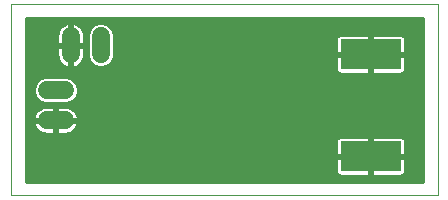
<source format=gbl>
G75*
G70*
%OFA0B0*%
%FSLAX24Y24*%
%IPPOS*%
%LPD*%
%AMOC8*
5,1,8,0,0,1.08239X$1,22.5*
%
%ADD10C,0.0000*%
%ADD11C,0.0600*%
%ADD12R,0.2000X0.1000*%
%ADD13C,0.0100*%
D10*
X003000Y000100D02*
X003000Y006470D01*
X017242Y006470D01*
X017242Y000100D01*
X003000Y000100D01*
D11*
X004200Y002600D02*
X004800Y002600D01*
X004800Y003600D02*
X004200Y003600D01*
X005000Y004800D02*
X005000Y005400D01*
X006000Y005400D02*
X006000Y004800D01*
D12*
X015000Y004800D03*
X015000Y001400D03*
D13*
X015050Y001366D02*
X016750Y001366D01*
X016750Y001267D02*
X016150Y001267D01*
X016150Y001350D02*
X015050Y001350D01*
X015050Y001450D01*
X014950Y001450D01*
X014950Y002050D01*
X013980Y002050D01*
X013942Y002040D01*
X013908Y002020D01*
X013880Y001992D01*
X013860Y001958D01*
X013850Y001920D01*
X013850Y001450D01*
X014950Y001450D01*
X014950Y001350D01*
X015050Y001350D01*
X015050Y000750D01*
X016020Y000750D01*
X016058Y000760D01*
X016092Y000780D01*
X016120Y000808D01*
X016140Y000842D01*
X016150Y000880D01*
X016150Y001350D01*
X016150Y001450D02*
X016150Y001920D01*
X016140Y001958D01*
X016120Y001992D01*
X016092Y002020D01*
X016058Y002040D01*
X016020Y002050D01*
X015050Y002050D01*
X015050Y001450D01*
X016150Y001450D01*
X016150Y001464D02*
X016750Y001464D01*
X016750Y001563D02*
X016150Y001563D01*
X016150Y001661D02*
X016750Y001661D01*
X016750Y001760D02*
X016150Y001760D01*
X016150Y001858D02*
X016750Y001858D01*
X016750Y001957D02*
X016140Y001957D01*
X016750Y002055D02*
X003500Y002055D01*
X003500Y002154D02*
X004142Y002154D01*
X004165Y002150D02*
X004095Y002161D01*
X004027Y002183D01*
X003964Y002215D01*
X003907Y002257D01*
X003857Y002307D01*
X003815Y002364D01*
X003783Y002427D01*
X003761Y002495D01*
X003752Y002550D01*
X004450Y002550D01*
X004550Y002550D01*
X004550Y002650D01*
X004450Y002650D01*
X004450Y003050D01*
X004165Y003050D01*
X004095Y003039D01*
X004027Y003017D01*
X003964Y002985D01*
X003907Y002943D01*
X003857Y002893D01*
X003815Y002836D01*
X003783Y002773D01*
X003761Y002705D01*
X003752Y002650D01*
X004450Y002650D01*
X004450Y002550D01*
X004450Y002150D01*
X004165Y002150D01*
X004450Y002154D02*
X004550Y002154D01*
X004550Y002150D02*
X004835Y002150D01*
X004905Y002161D01*
X004973Y002183D01*
X005036Y002215D01*
X005093Y002257D01*
X005143Y002307D01*
X005185Y002364D01*
X005217Y002427D01*
X005239Y002495D01*
X005248Y002550D01*
X004550Y002550D01*
X004550Y002150D01*
X004550Y002252D02*
X004450Y002252D01*
X004450Y002351D02*
X004550Y002351D01*
X004550Y002449D02*
X004450Y002449D01*
X004450Y002548D02*
X004550Y002548D01*
X004550Y002646D02*
X016750Y002646D01*
X016750Y002548D02*
X005247Y002548D01*
X005224Y002449D02*
X016750Y002449D01*
X016750Y002351D02*
X005175Y002351D01*
X005087Y002252D02*
X016750Y002252D01*
X016750Y002154D02*
X004858Y002154D01*
X003913Y002252D02*
X003500Y002252D01*
X003500Y002351D02*
X003825Y002351D01*
X003776Y002449D02*
X003500Y002449D01*
X003500Y002548D02*
X003753Y002548D01*
X003500Y002646D02*
X004450Y002646D01*
X004550Y002650D02*
X004550Y003050D01*
X004835Y003050D01*
X004905Y003039D01*
X004973Y003017D01*
X005036Y002985D01*
X005093Y002943D01*
X005143Y002893D01*
X005185Y002836D01*
X005217Y002773D01*
X005239Y002705D01*
X005248Y002650D01*
X004550Y002650D01*
X004550Y002745D02*
X004450Y002745D01*
X004450Y002843D02*
X004550Y002843D01*
X004550Y002942D02*
X004450Y002942D01*
X004450Y003040D02*
X004550Y003040D01*
X004898Y003040D02*
X016750Y003040D01*
X016750Y002942D02*
X005095Y002942D01*
X005180Y002843D02*
X016750Y002843D01*
X016750Y002745D02*
X005226Y002745D01*
X005044Y003235D02*
X004886Y003170D01*
X004114Y003170D01*
X003956Y003235D01*
X003835Y003356D01*
X003770Y003514D01*
X003770Y003686D01*
X003835Y003844D01*
X003956Y003965D01*
X004114Y004030D01*
X004886Y004030D01*
X005044Y003965D01*
X005165Y003844D01*
X005230Y003686D01*
X005230Y003514D01*
X005165Y003356D01*
X005044Y003235D01*
X005045Y003237D02*
X016750Y003237D01*
X016750Y003139D02*
X003500Y003139D01*
X003500Y003237D02*
X003955Y003237D01*
X003856Y003336D02*
X003500Y003336D01*
X003500Y003434D02*
X003803Y003434D01*
X003770Y003533D02*
X003500Y003533D01*
X003500Y003631D02*
X003770Y003631D01*
X003788Y003730D02*
X003500Y003730D01*
X003500Y003828D02*
X003829Y003828D01*
X003918Y003927D02*
X003500Y003927D01*
X003500Y004025D02*
X004102Y004025D01*
X003500Y004124D02*
X016750Y004124D01*
X016750Y004222D02*
X016128Y004222D01*
X016120Y004208D02*
X016140Y004242D01*
X016150Y004280D01*
X016150Y004750D01*
X015050Y004750D01*
X015050Y004850D01*
X014950Y004850D01*
X014950Y005450D01*
X013980Y005450D01*
X013942Y005440D01*
X013908Y005420D01*
X013880Y005392D01*
X013860Y005358D01*
X013850Y005320D01*
X013850Y004850D01*
X014950Y004850D01*
X014950Y004750D01*
X015050Y004750D01*
X015050Y004150D01*
X016020Y004150D01*
X016058Y004160D01*
X016092Y004180D01*
X016120Y004208D01*
X016150Y004321D02*
X016750Y004321D01*
X016750Y004419D02*
X016150Y004419D01*
X016150Y004518D02*
X016750Y004518D01*
X016750Y004616D02*
X016150Y004616D01*
X016150Y004715D02*
X016750Y004715D01*
X016750Y004813D02*
X015050Y004813D01*
X015050Y004850D02*
X016150Y004850D01*
X016150Y005320D01*
X016140Y005358D01*
X016120Y005392D01*
X016092Y005420D01*
X016058Y005440D01*
X016020Y005450D01*
X015050Y005450D01*
X015050Y004850D01*
X015050Y004912D02*
X014950Y004912D01*
X014950Y005010D02*
X015050Y005010D01*
X015050Y005109D02*
X014950Y005109D01*
X014950Y005207D02*
X015050Y005207D01*
X015050Y005306D02*
X014950Y005306D01*
X014950Y005404D02*
X015050Y005404D01*
X016108Y005404D02*
X016750Y005404D01*
X016750Y005306D02*
X016150Y005306D01*
X016150Y005207D02*
X016750Y005207D01*
X016750Y005109D02*
X016150Y005109D01*
X016150Y005010D02*
X016750Y005010D01*
X016750Y004912D02*
X016150Y004912D01*
X015050Y004715D02*
X014950Y004715D01*
X014950Y004750D02*
X014950Y004150D01*
X013980Y004150D01*
X013942Y004160D01*
X013908Y004180D01*
X013880Y004208D01*
X013860Y004242D01*
X013850Y004280D01*
X013850Y004750D01*
X014950Y004750D01*
X014950Y004813D02*
X006430Y004813D01*
X006430Y004715D02*
X013850Y004715D01*
X013850Y004616D02*
X006389Y004616D01*
X006365Y004556D02*
X006430Y004714D01*
X006430Y005486D01*
X006365Y005644D01*
X006244Y005765D01*
X006086Y005830D01*
X005914Y005830D01*
X005756Y005765D01*
X005635Y005644D01*
X005570Y005486D01*
X005570Y004714D01*
X005635Y004556D01*
X005756Y004435D01*
X005914Y004370D01*
X006086Y004370D01*
X006244Y004435D01*
X006365Y004556D01*
X006326Y004518D02*
X013850Y004518D01*
X013850Y004419D02*
X006204Y004419D01*
X005796Y004419D02*
X005241Y004419D01*
X005236Y004415D02*
X005293Y004457D01*
X005343Y004507D01*
X005385Y004564D01*
X005417Y004627D01*
X005439Y004695D01*
X005450Y004765D01*
X005450Y005050D01*
X005050Y005050D01*
X005050Y005150D01*
X005450Y005150D01*
X005450Y005435D01*
X005439Y005505D01*
X005417Y005573D01*
X005385Y005636D01*
X005343Y005693D01*
X005293Y005743D01*
X005236Y005785D01*
X005173Y005817D01*
X005105Y005839D01*
X005050Y005848D01*
X005050Y005150D01*
X004950Y005150D01*
X004950Y005848D01*
X004895Y005839D01*
X004827Y005817D01*
X004764Y005785D01*
X004707Y005743D01*
X004657Y005693D01*
X004615Y005636D01*
X004583Y005573D01*
X004561Y005505D01*
X004550Y005435D01*
X004550Y005150D01*
X004950Y005150D01*
X004950Y005050D01*
X005050Y005050D01*
X005050Y004352D01*
X005105Y004361D01*
X005173Y004383D01*
X005236Y004415D01*
X005050Y004419D02*
X004950Y004419D01*
X004950Y004352D02*
X004950Y005050D01*
X004550Y005050D01*
X004550Y004765D01*
X004561Y004695D01*
X004583Y004627D01*
X004615Y004564D01*
X004657Y004507D01*
X004707Y004457D01*
X004764Y004415D01*
X004827Y004383D01*
X004895Y004361D01*
X004950Y004352D01*
X004759Y004419D02*
X003500Y004419D01*
X003500Y004321D02*
X013850Y004321D01*
X013872Y004222D02*
X003500Y004222D01*
X003500Y004518D02*
X004649Y004518D01*
X004589Y004616D02*
X003500Y004616D01*
X003500Y004715D02*
X004558Y004715D01*
X004550Y004813D02*
X003500Y004813D01*
X003500Y004912D02*
X004550Y004912D01*
X004550Y005010D02*
X003500Y005010D01*
X003500Y005109D02*
X004950Y005109D01*
X004950Y005207D02*
X005050Y005207D01*
X005050Y005109D02*
X005570Y005109D01*
X005570Y005207D02*
X005450Y005207D01*
X005450Y005306D02*
X005570Y005306D01*
X005570Y005404D02*
X005450Y005404D01*
X005439Y005503D02*
X005577Y005503D01*
X005618Y005601D02*
X005403Y005601D01*
X005337Y005700D02*
X005691Y005700D01*
X005837Y005798D02*
X005210Y005798D01*
X005050Y005798D02*
X004950Y005798D01*
X004950Y005700D02*
X005050Y005700D01*
X005050Y005601D02*
X004950Y005601D01*
X004950Y005503D02*
X005050Y005503D01*
X005050Y005404D02*
X004950Y005404D01*
X004950Y005306D02*
X005050Y005306D01*
X004550Y005306D02*
X003500Y005306D01*
X003500Y005404D02*
X004550Y005404D01*
X004561Y005503D02*
X003500Y005503D01*
X003500Y005601D02*
X004597Y005601D01*
X004663Y005700D02*
X003500Y005700D01*
X003500Y005798D02*
X004790Y005798D01*
X003500Y005897D02*
X016750Y005897D01*
X016750Y005995D02*
X003500Y005995D01*
X003500Y006020D02*
X016750Y006020D01*
X016750Y000550D01*
X003500Y000550D01*
X003500Y006020D01*
X003500Y005207D02*
X004550Y005207D01*
X004950Y005010D02*
X005050Y005010D01*
X005050Y004912D02*
X004950Y004912D01*
X004950Y004813D02*
X005050Y004813D01*
X005050Y004715D02*
X004950Y004715D01*
X004950Y004616D02*
X005050Y004616D01*
X005050Y004518D02*
X004950Y004518D01*
X005351Y004518D02*
X005674Y004518D01*
X005611Y004616D02*
X005411Y004616D01*
X005442Y004715D02*
X005570Y004715D01*
X005570Y004813D02*
X005450Y004813D01*
X005450Y004912D02*
X005570Y004912D01*
X005570Y005010D02*
X005450Y005010D01*
X006430Y005010D02*
X013850Y005010D01*
X013850Y004912D02*
X006430Y004912D01*
X006430Y005109D02*
X013850Y005109D01*
X013850Y005207D02*
X006430Y005207D01*
X006430Y005306D02*
X013850Y005306D01*
X013892Y005404D02*
X006430Y005404D01*
X006423Y005503D02*
X016750Y005503D01*
X016750Y005601D02*
X006382Y005601D01*
X006309Y005700D02*
X016750Y005700D01*
X016750Y005798D02*
X006163Y005798D01*
X004898Y004025D02*
X016750Y004025D01*
X016750Y003927D02*
X005082Y003927D01*
X005171Y003828D02*
X016750Y003828D01*
X016750Y003730D02*
X005212Y003730D01*
X005230Y003631D02*
X016750Y003631D01*
X016750Y003533D02*
X005230Y003533D01*
X005197Y003434D02*
X016750Y003434D01*
X016750Y003336D02*
X005144Y003336D01*
X004102Y003040D02*
X003500Y003040D01*
X003500Y002942D02*
X003905Y002942D01*
X003820Y002843D02*
X003500Y002843D01*
X003500Y002745D02*
X003774Y002745D01*
X003500Y001957D02*
X013860Y001957D01*
X013850Y001858D02*
X003500Y001858D01*
X003500Y001760D02*
X013850Y001760D01*
X013850Y001661D02*
X003500Y001661D01*
X003500Y001563D02*
X013850Y001563D01*
X013850Y001464D02*
X003500Y001464D01*
X003500Y001366D02*
X014950Y001366D01*
X014950Y001350D02*
X013850Y001350D01*
X013850Y000880D01*
X013860Y000842D01*
X013880Y000808D01*
X013908Y000780D01*
X013942Y000760D01*
X013980Y000750D01*
X014950Y000750D01*
X014950Y001350D01*
X014950Y001267D02*
X015050Y001267D01*
X015050Y001169D02*
X014950Y001169D01*
X014950Y001070D02*
X015050Y001070D01*
X015050Y000972D02*
X014950Y000972D01*
X014950Y000873D02*
X015050Y000873D01*
X015050Y000775D02*
X014950Y000775D01*
X013917Y000775D02*
X003500Y000775D01*
X003500Y000676D02*
X016750Y000676D01*
X016750Y000775D02*
X016083Y000775D01*
X016148Y000873D02*
X016750Y000873D01*
X016750Y000972D02*
X016150Y000972D01*
X016150Y001070D02*
X016750Y001070D01*
X016750Y001169D02*
X016150Y001169D01*
X015050Y001464D02*
X014950Y001464D01*
X014950Y001563D02*
X015050Y001563D01*
X015050Y001661D02*
X014950Y001661D01*
X014950Y001760D02*
X015050Y001760D01*
X015050Y001858D02*
X014950Y001858D01*
X014950Y001957D02*
X015050Y001957D01*
X013850Y001267D02*
X003500Y001267D01*
X003500Y001169D02*
X013850Y001169D01*
X013850Y001070D02*
X003500Y001070D01*
X003500Y000972D02*
X013850Y000972D01*
X013852Y000873D02*
X003500Y000873D01*
X003500Y000578D02*
X016750Y000578D01*
X015050Y004222D02*
X014950Y004222D01*
X014950Y004321D02*
X015050Y004321D01*
X015050Y004419D02*
X014950Y004419D01*
X014950Y004518D02*
X015050Y004518D01*
X015050Y004616D02*
X014950Y004616D01*
M02*

</source>
